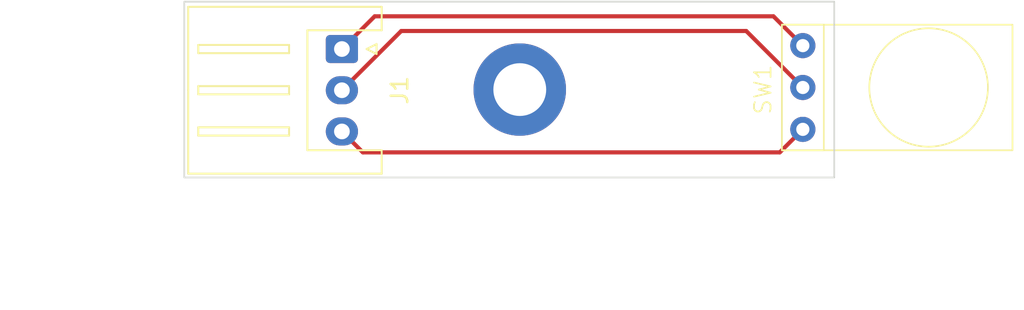
<source format=kicad_pcb>
(kicad_pcb (version 20221018) (generator pcbnew)
  (layers (0 "F.Cu" signal) (31 "B.Cu" signal) (34 "B.Paste" user) (35 "F.Paste" user) (36 "B.SilkS" user "B.Silkscreen") (37 "F.SilkS" user "F.Silkscreen") (38 "B.Mask" user) (39 "F.Mask" user) (44 "Edge.Cuts" user))
  (net 0 "")
  (net 1 "Net-(J1-Pin_1)")
  (net 2 "Net-(J1-Pin_2)")
  (net 3 "Net-(J1-Pin_3)")
  (footprint "ハンドル基板:TTP223" (layer "F.Cu") (at 60.325 46.863)
    (fp_text reference "SW1" (at -2.413 3.937 90 unlocked) (layer "F.SilkS") (effects (font (thickness 0.1))))
    (fp_text value "~")
    (fp_rect (start -1.27 0) (end 1.27 7.62) (stroke (width 0.1)) (fill none) (layer "F.SilkS"))
    (fp_rect (start -1.27 0) (end 12.7 7.62) (stroke (width 0.1)) (fill none) (layer "F.SilkS"))
    (fp_circle (center 7.62 3.81) (end 10.16 6.35) (stroke (width 0.1)) (fill none) (layer "F.SilkS"))
    (pad "1" thru_hole circle (at 0 1.27) (size 1.524 1.524) (drill 0.8) (layers "*.Cu" "*.Mask") (net 1 "Net-(J1-Pin_1)"))
    (pad "2" thru_hole circle (at 0 3.81) (size 1.524 1.524) (drill 0.8) (layers "*.Cu" "*.Mask") (net 2 "Net-(J1-Pin_2)"))
    (pad "3" thru_hole circle (at 0 6.35) (size 1.524 1.524) (drill 0.8) (layers "*.Cu" "*.Mask") (net 3 "Net-(J1-Pin_3)"))
  )
  (footprint "MountingHole:MountingHole_3.2mm_M3_DIN965_Pad" (layer "F.Cu") (at 43.18 50.8)
    (fp_text reference "REF**" hide)
    (fp_text value "MountingHole_3.2mm_M3_DIN965_Pad")
    (pad "1" thru_hole circle (at 0 0) (size 5.6 5.6) (drill 3.2) (layers "*.Cu" "*.Mask"))
  )
  (footprint "Connector_JST:JST_XH_S3B-XH-A_1x03_P2.50mm_Horizontal" (layer "F.Cu") (at 32.406 48.34 -90)
    (fp_text reference "J1" (at 2.5 -3.5 90) (layer "F.SilkS"))
    (fp_text value "Conn_01x03")
    (fp_line (start -2.56 -2.41) (end -1.14 -2.41) (stroke (width 0.12)) (layer "F.SilkS"))
    (fp_line (start -2.56 9.31) (end -2.56 -2.41) (stroke (width 0.12)) (layer "F.SilkS"))
    (fp_line (start -1.14 -2.41) (end -1.14 2.09) (stroke (width 0.12)) (layer "F.SilkS"))
    (fp_line (start -1.14 2.09) (end 2.5 2.09) (stroke (width 0.12)) (layer "F.SilkS"))
    (fp_line (start -0.3 -2.1) (end 0.3 -2.1) (stroke (width 0.12)) (layer "F.SilkS"))
    (fp_line (start -0.25 3.2) (end -0.25 8.7) (stroke (width 0.12)) (layer "F.SilkS"))
    (fp_line (start -0.25 8.7) (end 0.25 8.7) (stroke (width 0.12)) (layer "F.SilkS"))
    (fp_line (start 0 -1.5) (end -0.3 -2.1) (stroke (width 0.12)) (layer "F.SilkS"))
    (fp_line (start 0.25 3.2) (end -0.25 3.2) (stroke (width 0.12)) (layer "F.SilkS"))
    (fp_line (start 0.25 8.7) (end 0.25 3.2) (stroke (width 0.12)) (layer "F.SilkS"))
    (fp_line (start 0.3 -2.1) (end 0 -1.5) (stroke (width 0.12)) (layer "F.SilkS"))
    (fp_line (start 2.25 3.2) (end 2.25 8.7) (stroke (width 0.12)) (layer "F.SilkS"))
    (fp_line (start 2.25 8.7) (end 2.75 8.7) (stroke (width 0.12)) (layer "F.SilkS"))
    (fp_line (start 2.5 9.31) (end -2.56 9.31) (stroke (width 0.12)) (layer "F.SilkS"))
    (fp_line (start 2.5 9.31) (end 7.56 9.31) (stroke (width 0.12)) (layer "F.SilkS"))
    (fp_line (start 2.75 3.2) (end 2.25 3.2) (stroke (width 0.12)) (layer "F.SilkS"))
    (fp_line (start 2.75 8.7) (end 2.75 3.2) (stroke (width 0.12)) (layer "F.SilkS"))
    (fp_line (start 4.75 3.2) (end 4.75 8.7) (stroke (width 0.12)) (layer "F.SilkS"))
    (fp_line (start 4.75 8.7) (end 5.25 8.7) (stroke (width 0.12)) (layer "F.SilkS"))
    (fp_line (start 5.25 3.2) (end 4.75 3.2) (stroke (width 0.12)) (layer "F.SilkS"))
    (fp_line (start 5.25 8.7) (end 5.25 3.2) (stroke (width 0.12)) (layer "F.SilkS"))
    (fp_line (start 6.14 -2.41) (end 6.14 2.09) (stroke (width 0.12)) (layer "F.SilkS"))
    (fp_line (start 6.14 2.09) (end 2.5 2.09) (stroke (width 0.12)) (layer "F.SilkS"))
    (fp_line (start 7.56 -2.41) (end 6.14 -2.41) (stroke (width 0.12)) (layer "F.SilkS"))
    (fp_line (start 7.56 9.31) (end 7.56 -2.41) (stroke (width 0.12)) (layer "F.SilkS"))
    (pad "1" thru_hole roundrect (at 0 0 270) (size 1.7 1.95) (drill 0.95) (layers "*.Cu" "*.Mask") (roundrect_rratio 0.1470588235) (net 1 "Net-(J1-Pin_1)"))
    (pad "2" thru_hole oval (at 2.5 0 270) (size 1.7 1.95) (drill 0.95) (layers "*.Cu" "*.Mask") (net 2 "Net-(J1-Pin_2)"))
    (pad "3" thru_hole oval (at 5 0 270) (size 1.7 1.95) (drill 0.95) (layers "*.Cu" "*.Mask") (net 3 "Net-(J1-Pin_3)"))
  )
  (gr_rect (start 22.86 45.466) (end 62.23 56.134) (stroke (width 0.1)) (fill none) (layer "Edge.Cuts"))
  (segment (start 32.406 48.34) (end 34.391 46.355) (width 0.25) (layer "F.Cu") (net 1))
  (segment (start 34.391 46.355) (end 58.547 46.355) (width 0.25) (layer "F.Cu") (net 1))
  (segment (start 58.547 46.355) (end 60.325 48.133) (width 0.25) (layer "F.Cu") (net 1))
  (segment (start 56.896 47.244) (end 60.325 50.673) (width 0.25) (layer "F.Cu") (net 2))
  (segment (start 36.002 47.244) (end 56.896 47.244) (width 0.25) (layer "F.Cu") (net 2))
  (segment (start 32.406 50.84) (end 36.002 47.244) (width 0.25) (layer "F.Cu") (net 2))
  (segment (start 33.676 54.61) (end 58.928 54.61) (width 0.25) (layer "F.Cu") (net 3))
  (segment (start 32.406 53.34) (end 33.676 54.61) (width 0.25) (layer "F.Cu") (net 3))
  (segment (start 58.928 54.61) (end 60.325 53.213) (width 0.25) (layer "F.Cu") (net 3))
)
</source>
